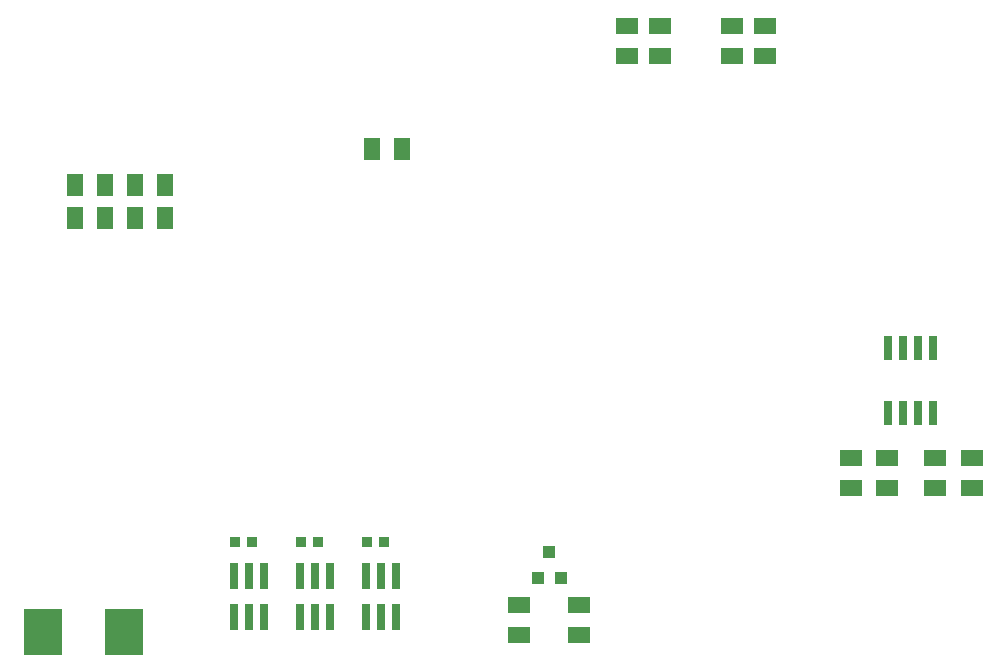
<source format=gbp>
G04 #@! TF.GenerationSoftware,KiCad,Pcbnew,7.0.9*
G04 #@! TF.CreationDate,2023-12-23T18:10:06+01:00*
G04 #@! TF.ProjectId,signalization-by-fireplace,7369676e-616c-4697-9a61-74696f6e2d62,v2.0*
G04 #@! TF.SameCoordinates,Original*
G04 #@! TF.FileFunction,Paste,Bot*
G04 #@! TF.FilePolarity,Positive*
%FSLAX46Y46*%
G04 Gerber Fmt 4.6, Leading zero omitted, Abs format (unit mm)*
G04 Created by KiCad (PCBNEW 7.0.9) date 2023-12-23 18:10:06*
%MOMM*%
%LPD*%
G01*
G04 APERTURE LIST*
G04 Aperture macros list*
%AMOutline4P*
0 Free polygon, 4 corners , with rotation*
0 The origin of the aperture is its center*
0 number of corners: always 4*
0 $1 to $8 corner X, Y*
0 $9 Rotation angle, in degrees counterclockwise*
0 create outline with 4 corners*
4,1,4,$1,$2,$3,$4,$5,$6,$7,$8,$1,$2,$9*%
G04 Aperture macros list end*
%ADD10Outline4P,-0.650000X-0.900000X0.650000X-0.900000X0.650000X0.900000X-0.650000X0.900000X270.000000*%
%ADD11Outline4P,-0.650000X-0.900000X0.650000X-0.900000X0.650000X0.900000X-0.650000X0.900000X180.000000*%
%ADD12R,0.800000X2.200000*%
%ADD13R,0.900000X0.900000*%
%ADD14R,1.000000X1.000000*%
%ADD15Outline4P,-0.650000X-0.900000X0.650000X-0.900000X0.650000X0.900000X-0.650000X0.900000X90.000000*%
%ADD16Outline4P,-0.650000X-0.900000X0.650000X-0.900000X0.650000X0.900000X-0.650000X0.900000X0.000000*%
%ADD17R,0.800000X2.000000*%
%ADD18R,3.300000X4.000000*%
G04 APERTURE END LIST*
D10*
X159829500Y-81153000D03*
X159829500Y-83693000D03*
X157035500Y-81153000D03*
X157035500Y-83693000D03*
X165925500Y-81153000D03*
X165925500Y-83693000D03*
X168719500Y-81153000D03*
X168719500Y-83693000D03*
D11*
X137985500Y-91567000D03*
X135445500Y-91567000D03*
D12*
X123761500Y-127685800D03*
X125031500Y-127685800D03*
X126301500Y-127685800D03*
X126301500Y-131140200D03*
X125031500Y-131140200D03*
X123761500Y-131140200D03*
X129349500Y-127685800D03*
X130619500Y-127685800D03*
X131889500Y-127685800D03*
X131889500Y-131140200D03*
X130619500Y-131140200D03*
X129349500Y-131140200D03*
D13*
X123798500Y-124841000D03*
X125248500Y-124841000D03*
X129386500Y-124841000D03*
X130836500Y-124841000D03*
D14*
X151381500Y-127873000D03*
X149481500Y-127873000D03*
X150431500Y-125673000D03*
D15*
X147891500Y-132715000D03*
X147891500Y-130175000D03*
D16*
X110299500Y-97409000D03*
X112839500Y-97409000D03*
X110299500Y-94615000D03*
X112839500Y-94615000D03*
X115379500Y-97409000D03*
X117919500Y-97409000D03*
D15*
X152971500Y-132715000D03*
X152971500Y-130175000D03*
D17*
X182943500Y-113885000D03*
X181673500Y-113885000D03*
X180403500Y-113885000D03*
X179133500Y-113885000D03*
X179133500Y-108365000D03*
X180403500Y-108365000D03*
X181673500Y-108365000D03*
X182943500Y-108365000D03*
D15*
X175958500Y-120269000D03*
X175958500Y-117729000D03*
X179006500Y-120269000D03*
X179006500Y-117729000D03*
X186182000Y-120269000D03*
X186182000Y-117729000D03*
X183070500Y-120269000D03*
X183070500Y-117729000D03*
D18*
X107598000Y-132461000D03*
X114398000Y-132461000D03*
D11*
X117919500Y-94615000D03*
X115379500Y-94615000D03*
D12*
X134937500Y-127685800D03*
X136207500Y-127685800D03*
X137477500Y-127685800D03*
X137477500Y-131140200D03*
X136207500Y-131140200D03*
X134937500Y-131140200D03*
D13*
X134974500Y-124841000D03*
X136424500Y-124841000D03*
M02*

</source>
